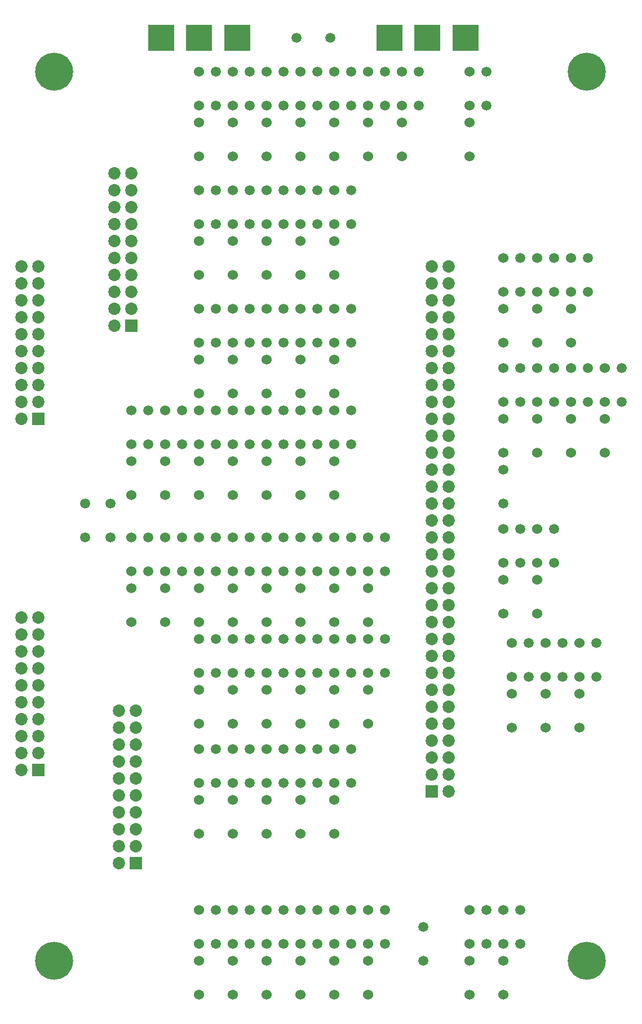
<source format=gts>
G75*
G70*
%OFA0B0*%
%FSLAX24Y24*%
%IPPOS*%
%LPD*%
%AMOC8*
5,1,8,0,0,1.08239X$1,22.5*
%
%ADD10R,0.0730X0.0730*%
%ADD11C,0.0730*%
%ADD12C,0.2245*%
%ADD13C,0.0600*%
%ADD14C,0.0595*%
%ADD15R,0.1580X0.1580*%
D10*
X008850Y009350D03*
X003100Y014850D03*
X003100Y035600D03*
X008600Y041100D03*
X026350Y013600D03*
D11*
X026350Y014600D03*
X026350Y015600D03*
X026350Y016600D03*
X026350Y017600D03*
X026350Y018600D03*
X026350Y019600D03*
X026350Y020600D03*
X026350Y021600D03*
X026350Y022600D03*
X026350Y023600D03*
X026350Y024600D03*
X026350Y025600D03*
X026350Y026600D03*
X026350Y027600D03*
X026350Y028600D03*
X026350Y029600D03*
X026350Y030600D03*
X026350Y031600D03*
X026350Y032600D03*
X026350Y033600D03*
X026350Y034600D03*
X026350Y035600D03*
X026350Y036600D03*
X026350Y037600D03*
X026350Y038600D03*
X026350Y039600D03*
X026350Y040600D03*
X026350Y041600D03*
X026350Y042600D03*
X026350Y043600D03*
X026350Y044600D03*
X027350Y044600D03*
X027350Y043600D03*
X027350Y042600D03*
X027350Y041600D03*
X027350Y040600D03*
X027350Y039600D03*
X027350Y038600D03*
X027350Y037600D03*
X027350Y036600D03*
X027350Y035600D03*
X027350Y034600D03*
X027350Y033600D03*
X027350Y032600D03*
X027350Y031600D03*
X027350Y030600D03*
X027350Y029600D03*
X027350Y028600D03*
X027350Y027600D03*
X027350Y026600D03*
X027350Y025600D03*
X027350Y024600D03*
X027350Y023600D03*
X027350Y022600D03*
X027350Y021600D03*
X027350Y020600D03*
X027350Y019600D03*
X027350Y018600D03*
X027350Y017600D03*
X027350Y016600D03*
X027350Y015600D03*
X027350Y014600D03*
X027350Y013600D03*
X008850Y013350D03*
X008850Y012350D03*
X008850Y011350D03*
X008850Y010350D03*
X007850Y010350D03*
X007850Y009350D03*
X007850Y011350D03*
X007850Y012350D03*
X007850Y013350D03*
X007850Y014350D03*
X007850Y015350D03*
X007850Y016350D03*
X007850Y017350D03*
X007850Y018350D03*
X008850Y018350D03*
X008850Y017350D03*
X008850Y016350D03*
X008850Y015350D03*
X008850Y014350D03*
X003100Y015850D03*
X003100Y016850D03*
X003100Y017850D03*
X003100Y018850D03*
X003100Y019850D03*
X003100Y020850D03*
X003100Y021850D03*
X003100Y022850D03*
X003100Y023850D03*
X002100Y023850D03*
X002100Y022850D03*
X002100Y021850D03*
X002100Y020850D03*
X002100Y019850D03*
X002100Y018850D03*
X002100Y017850D03*
X002100Y016850D03*
X002100Y015850D03*
X002100Y014850D03*
X002100Y035600D03*
X002100Y036600D03*
X002100Y037600D03*
X002100Y038600D03*
X002100Y039600D03*
X002100Y040600D03*
X002100Y041600D03*
X002100Y042600D03*
X002100Y043600D03*
X002100Y044600D03*
X003100Y044600D03*
X003100Y043600D03*
X003100Y042600D03*
X003100Y041600D03*
X003100Y040600D03*
X003100Y039600D03*
X003100Y038600D03*
X003100Y037600D03*
X003100Y036600D03*
X007600Y041100D03*
X007600Y042100D03*
X007600Y043100D03*
X007600Y044100D03*
X007600Y045100D03*
X007600Y046100D03*
X007600Y047100D03*
X007600Y048100D03*
X007600Y049100D03*
X007600Y050100D03*
X008600Y050100D03*
X008600Y049100D03*
X008600Y048100D03*
X008600Y047100D03*
X008600Y046100D03*
X008600Y045100D03*
X008600Y044100D03*
X008600Y043100D03*
X008600Y042100D03*
D12*
X004037Y003600D03*
X035533Y003600D03*
X035533Y056100D03*
X004037Y056100D03*
D13*
X012600Y056100D03*
X012600Y054100D03*
X012600Y053100D03*
X012600Y051100D03*
X012600Y049100D03*
X012600Y047100D03*
X012600Y046100D03*
X012600Y044100D03*
X012600Y042100D03*
X012600Y040100D03*
X012600Y039100D03*
X012600Y037100D03*
X012600Y036100D03*
X012600Y034100D03*
X012600Y033100D03*
X012600Y031100D03*
X010600Y031100D03*
X010600Y033100D03*
X010600Y034100D03*
X010600Y036100D03*
X008600Y036100D03*
X008600Y034100D03*
X008600Y033100D03*
X008600Y031100D03*
X008600Y028600D03*
X008600Y026600D03*
X008600Y025600D03*
X008600Y023600D03*
X010600Y023600D03*
X010600Y025600D03*
X010600Y026600D03*
X010600Y028600D03*
X012600Y028600D03*
X012600Y026600D03*
X012600Y025600D03*
X012600Y023600D03*
X012600Y022600D03*
X012600Y020600D03*
X012600Y019600D03*
X012600Y017600D03*
X012600Y016100D03*
X012600Y014100D03*
X012600Y013100D03*
X012600Y011100D03*
X014600Y011100D03*
X014600Y013100D03*
X014600Y014100D03*
X014600Y016100D03*
X014600Y017600D03*
X014600Y019600D03*
X014600Y020600D03*
X014600Y022600D03*
X014600Y023600D03*
X014600Y025600D03*
X014600Y026600D03*
X014600Y028600D03*
X016600Y028600D03*
X016600Y026600D03*
X016600Y025600D03*
X016600Y023600D03*
X016600Y022600D03*
X016600Y020600D03*
X016600Y019600D03*
X016600Y017600D03*
X016600Y016100D03*
X016600Y014100D03*
X016600Y013100D03*
X016600Y011100D03*
X018600Y011100D03*
X018600Y013100D03*
X018600Y014100D03*
X018600Y016100D03*
X018600Y017600D03*
X018600Y019600D03*
X018600Y020600D03*
X018600Y022600D03*
X018600Y023600D03*
X018600Y025600D03*
X018600Y026600D03*
X018600Y028600D03*
X020600Y028600D03*
X020600Y026600D03*
X020600Y025600D03*
X020600Y023600D03*
X020600Y022600D03*
X020600Y020600D03*
X020600Y019600D03*
X020600Y017600D03*
X020600Y016100D03*
X020600Y014100D03*
X020600Y013100D03*
X020600Y011100D03*
X020600Y006600D03*
X020600Y004600D03*
X020600Y003600D03*
X020600Y001600D03*
X018600Y001600D03*
X018600Y003600D03*
X018600Y004600D03*
X018600Y006600D03*
X016600Y006600D03*
X016600Y004600D03*
X016600Y003600D03*
X016600Y001600D03*
X014600Y001600D03*
X014600Y003600D03*
X014600Y004600D03*
X014600Y006600D03*
X012600Y006600D03*
X012600Y004600D03*
X012600Y003600D03*
X012600Y001600D03*
X022600Y001600D03*
X022600Y003600D03*
X022600Y004600D03*
X022600Y006600D03*
X028600Y006600D03*
X028600Y004600D03*
X028600Y003600D03*
X028600Y001600D03*
X030600Y001600D03*
X030600Y003600D03*
X030600Y004600D03*
X030600Y006600D03*
X031100Y017350D03*
X031100Y019350D03*
X031100Y020350D03*
X031100Y022350D03*
X030600Y024100D03*
X030600Y026100D03*
X030600Y027100D03*
X030600Y029100D03*
X032600Y029100D03*
X032600Y027100D03*
X032600Y026100D03*
X032600Y024100D03*
X033100Y022350D03*
X033100Y020350D03*
X033100Y019350D03*
X033100Y017350D03*
X035100Y017350D03*
X035100Y019350D03*
X035100Y020350D03*
X035100Y022350D03*
X034600Y033600D03*
X034600Y035600D03*
X034600Y036600D03*
X034600Y038600D03*
X034600Y040100D03*
X034600Y042100D03*
X034600Y043100D03*
X034600Y045100D03*
X032600Y045100D03*
X032600Y043100D03*
X032600Y042100D03*
X032600Y040100D03*
X032600Y038600D03*
X032600Y036600D03*
X032600Y035600D03*
X032600Y033600D03*
X030600Y033600D03*
X030600Y035600D03*
X030600Y036600D03*
X030600Y038600D03*
X030600Y040100D03*
X030600Y042100D03*
X030600Y043100D03*
X030600Y045100D03*
X028600Y051100D03*
X028600Y053100D03*
X028600Y054100D03*
X028600Y056100D03*
X024600Y056100D03*
X024600Y054100D03*
X024600Y053100D03*
X024600Y051100D03*
X022600Y051100D03*
X022600Y053100D03*
X022600Y054100D03*
X022600Y056100D03*
X020600Y056100D03*
X020600Y054100D03*
X020600Y053100D03*
X020600Y051100D03*
X020600Y049100D03*
X020600Y047100D03*
X020600Y046100D03*
X020600Y044100D03*
X020600Y042100D03*
X020600Y040100D03*
X020600Y039100D03*
X020600Y037100D03*
X020600Y036100D03*
X020600Y034100D03*
X020600Y033100D03*
X020600Y031100D03*
X018600Y031100D03*
X018600Y033100D03*
X018600Y034100D03*
X018600Y036100D03*
X018600Y037100D03*
X018600Y039100D03*
X018600Y040100D03*
X018600Y042100D03*
X018600Y044100D03*
X018600Y046100D03*
X018600Y047100D03*
X018600Y049100D03*
X018600Y051100D03*
X018600Y053100D03*
X018600Y054100D03*
X018600Y056100D03*
X016600Y056100D03*
X016600Y054100D03*
X016600Y053100D03*
X016600Y051100D03*
X016600Y049100D03*
X016600Y047100D03*
X016600Y046100D03*
X016600Y044100D03*
X016600Y042100D03*
X016600Y040100D03*
X016600Y039100D03*
X016600Y037100D03*
X016600Y036100D03*
X016600Y034100D03*
X016600Y033100D03*
X016600Y031100D03*
X014600Y031100D03*
X014600Y033100D03*
X014600Y034100D03*
X014600Y036100D03*
X014600Y037100D03*
X014600Y039100D03*
X014600Y040100D03*
X014600Y042100D03*
X014600Y044100D03*
X014600Y046100D03*
X014600Y047100D03*
X014600Y049100D03*
X014600Y051100D03*
X014600Y053100D03*
X014600Y054100D03*
X014600Y056100D03*
X022600Y028600D03*
X022600Y026600D03*
X022600Y025600D03*
X022600Y023600D03*
X022600Y022600D03*
X022600Y020600D03*
X022600Y019600D03*
X022600Y017600D03*
X036600Y033600D03*
X036600Y035600D03*
X036600Y036600D03*
X036600Y038600D03*
D14*
X037600Y038600D03*
X037600Y036600D03*
X035600Y036600D03*
X035600Y038600D03*
X033600Y038600D03*
X033600Y036600D03*
X031600Y036600D03*
X031600Y038600D03*
X031600Y043100D03*
X031600Y045100D03*
X033600Y045100D03*
X033600Y043100D03*
X035600Y043100D03*
X035600Y045100D03*
X029600Y054100D03*
X029600Y056100D03*
X025600Y056100D03*
X025600Y054100D03*
X023600Y054100D03*
X023600Y056100D03*
X021600Y056100D03*
X021600Y054100D03*
X019600Y054100D03*
X019600Y056100D03*
X020350Y058100D03*
X018350Y058100D03*
X017600Y056100D03*
X017600Y054100D03*
X015600Y054100D03*
X015600Y056100D03*
X013600Y056100D03*
X013600Y054100D03*
X013600Y049100D03*
X013600Y047100D03*
X015600Y047100D03*
X015600Y049100D03*
X017600Y049100D03*
X017600Y047100D03*
X019600Y047100D03*
X019600Y049100D03*
X021600Y049100D03*
X021600Y047100D03*
X021600Y042100D03*
X021600Y040100D03*
X019600Y040100D03*
X019600Y042100D03*
X017600Y042100D03*
X017600Y040100D03*
X015600Y040100D03*
X015600Y042100D03*
X013600Y042100D03*
X013600Y040100D03*
X013600Y036100D03*
X013600Y034100D03*
X011600Y034100D03*
X011600Y036100D03*
X009600Y036100D03*
X009600Y034100D03*
X007350Y030600D03*
X005850Y030600D03*
X005850Y028600D03*
X007350Y028600D03*
X009600Y028600D03*
X009600Y026600D03*
X011600Y026600D03*
X011600Y028600D03*
X013600Y028600D03*
X013600Y026600D03*
X015600Y026600D03*
X015600Y028600D03*
X017600Y028600D03*
X017600Y026600D03*
X019600Y026600D03*
X019600Y028600D03*
X021600Y028600D03*
X021600Y026600D03*
X023600Y026600D03*
X023600Y028600D03*
X021600Y034100D03*
X021600Y036100D03*
X019600Y036100D03*
X019600Y034100D03*
X017600Y034100D03*
X017600Y036100D03*
X015600Y036100D03*
X015600Y034100D03*
X015600Y022600D03*
X015600Y020600D03*
X013600Y020600D03*
X013600Y022600D03*
X017600Y022600D03*
X017600Y020600D03*
X019600Y020600D03*
X019600Y022600D03*
X021600Y022600D03*
X021600Y020600D03*
X023600Y020600D03*
X023600Y022600D03*
X021600Y016100D03*
X021600Y014100D03*
X019600Y014100D03*
X019600Y016100D03*
X017600Y016100D03*
X017600Y014100D03*
X015600Y014100D03*
X015600Y016100D03*
X013600Y016100D03*
X013600Y014100D03*
X013600Y006600D03*
X013600Y004600D03*
X015600Y004600D03*
X015600Y006600D03*
X017600Y006600D03*
X017600Y004600D03*
X019600Y004600D03*
X019600Y006600D03*
X021600Y006600D03*
X021600Y004600D03*
X023600Y004600D03*
X023600Y006600D03*
X025850Y005600D03*
X025850Y003600D03*
X029600Y004600D03*
X029600Y006600D03*
X031600Y006600D03*
X031600Y004600D03*
X032100Y020350D03*
X032100Y022350D03*
X034100Y022350D03*
X034100Y020350D03*
X036100Y020350D03*
X036100Y022350D03*
X033600Y027100D03*
X033600Y029100D03*
X031600Y029100D03*
X030600Y030600D03*
X030600Y032600D03*
X031600Y027100D03*
D15*
X028350Y058100D03*
X026100Y058100D03*
X023850Y058100D03*
X014850Y058100D03*
X012600Y058100D03*
X010350Y058100D03*
M02*

</source>
